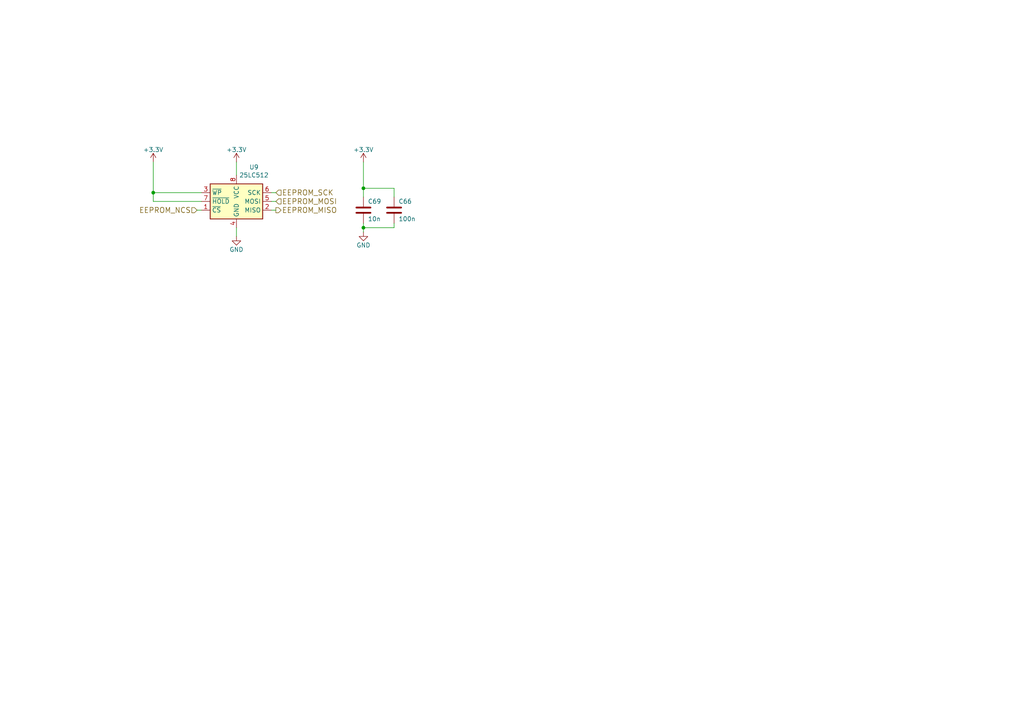
<source format=kicad_sch>
(kicad_sch (version 20211123) (generator eeschema)

  (uuid 858b182d-fdce-45a6-8c3a-626e9f7a9971)

  (paper "A4")

  (lib_symbols
    (symbol "Device:C" (pin_numbers hide) (pin_names (offset 0.254)) (in_bom yes) (on_board yes)
      (property "Reference" "C" (id 0) (at 0.635 2.54 0)
        (effects (font (size 1.27 1.27)) (justify left))
      )
      (property "Value" "C" (id 1) (at 0.635 -2.54 0)
        (effects (font (size 1.27 1.27)) (justify left))
      )
      (property "Footprint" "" (id 2) (at 0.9652 -3.81 0)
        (effects (font (size 1.27 1.27)) hide)
      )
      (property "Datasheet" "~" (id 3) (at 0 0 0)
        (effects (font (size 1.27 1.27)) hide)
      )
      (property "ki_keywords" "cap capacitor" (id 4) (at 0 0 0)
        (effects (font (size 1.27 1.27)) hide)
      )
      (property "ki_description" "Unpolarized capacitor" (id 5) (at 0 0 0)
        (effects (font (size 1.27 1.27)) hide)
      )
      (property "ki_fp_filters" "C_*" (id 6) (at 0 0 0)
        (effects (font (size 1.27 1.27)) hide)
      )
      (symbol "C_0_1"
        (polyline
          (pts
            (xy -2.032 -0.762)
            (xy 2.032 -0.762)
          )
          (stroke (width 0.508) (type default) (color 0 0 0 0))
          (fill (type none))
        )
        (polyline
          (pts
            (xy -2.032 0.762)
            (xy 2.032 0.762)
          )
          (stroke (width 0.508) (type default) (color 0 0 0 0))
          (fill (type none))
        )
      )
      (symbol "C_1_1"
        (pin passive line (at 0 3.81 270) (length 2.794)
          (name "~" (effects (font (size 1.27 1.27))))
          (number "1" (effects (font (size 1.27 1.27))))
        )
        (pin passive line (at 0 -3.81 90) (length 2.794)
          (name "~" (effects (font (size 1.27 1.27))))
          (number "2" (effects (font (size 1.27 1.27))))
        )
      )
    )
    (symbol "Memory_EEPROM:25LCxxx" (in_bom yes) (on_board yes)
      (property "Reference" "U" (id 0) (at -7.62 6.35 0)
        (effects (font (size 1.27 1.27)))
      )
      (property "Value" "25LCxxx" (id 1) (at 2.54 -6.35 0)
        (effects (font (size 1.27 1.27)) (justify left))
      )
      (property "Footprint" "" (id 2) (at 0 0 0)
        (effects (font (size 1.27 1.27)) hide)
      )
      (property "Datasheet" "http://ww1.microchip.com/downloads/en/DeviceDoc/21832H.pdf" (id 3) (at 0 0 0)
        (effects (font (size 1.27 1.27)) hide)
      )
      (property "ki_keywords" "EEPROM memory SPI serial" (id 4) (at 0 0 0)
        (effects (font (size 1.27 1.27)) hide)
      )
      (property "ki_description" "SPI Serial EEPROM, DIP-8/SOIC-8/TSSOP-8" (id 5) (at 0 0 0)
        (effects (font (size 1.27 1.27)) hide)
      )
      (property "ki_fp_filters" "DIP*W7.62mm* SOIC*3.9x4.9mm* TSSOP*4.4x3mm*P0.65mm*" (id 6) (at 0 0 0)
        (effects (font (size 1.27 1.27)) hide)
      )
      (symbol "25LCxxx_1_1"
        (rectangle (start -7.62 5.08) (end 7.62 -5.08)
          (stroke (width 0.254) (type default) (color 0 0 0 0))
          (fill (type background))
        )
        (pin input line (at -10.16 -2.54 0) (length 2.54)
          (name "~{CS}" (effects (font (size 1.27 1.27))))
          (number "1" (effects (font (size 1.27 1.27))))
        )
        (pin tri_state line (at 10.16 -2.54 180) (length 2.54)
          (name "MISO" (effects (font (size 1.27 1.27))))
          (number "2" (effects (font (size 1.27 1.27))))
        )
        (pin input line (at -10.16 2.54 0) (length 2.54)
          (name "~{WP}" (effects (font (size 1.27 1.27))))
          (number "3" (effects (font (size 1.27 1.27))))
        )
        (pin power_in line (at 0 -7.62 90) (length 2.54)
          (name "GND" (effects (font (size 1.27 1.27))))
          (number "4" (effects (font (size 1.27 1.27))))
        )
        (pin input line (at 10.16 0 180) (length 2.54)
          (name "MOSI" (effects (font (size 1.27 1.27))))
          (number "5" (effects (font (size 1.27 1.27))))
        )
        (pin input line (at 10.16 2.54 180) (length 2.54)
          (name "SCK" (effects (font (size 1.27 1.27))))
          (number "6" (effects (font (size 1.27 1.27))))
        )
        (pin input line (at -10.16 0 0) (length 2.54)
          (name "~{HOLD}" (effects (font (size 1.27 1.27))))
          (number "7" (effects (font (size 1.27 1.27))))
        )
        (pin power_in line (at 0 7.62 270) (length 2.54)
          (name "VCC" (effects (font (size 1.27 1.27))))
          (number "8" (effects (font (size 1.27 1.27))))
        )
      )
    )
    (symbol "power:+3.3V" (power) (pin_names (offset 0)) (in_bom yes) (on_board yes)
      (property "Reference" "#PWR" (id 0) (at 0 -3.81 0)
        (effects (font (size 1.27 1.27)) hide)
      )
      (property "Value" "+3.3V" (id 1) (at 0 3.556 0)
        (effects (font (size 1.27 1.27)))
      )
      (property "Footprint" "" (id 2) (at 0 0 0)
        (effects (font (size 1.27 1.27)) hide)
      )
      (property "Datasheet" "" (id 3) (at 0 0 0)
        (effects (font (size 1.27 1.27)) hide)
      )
      (property "ki_keywords" "global power" (id 4) (at 0 0 0)
        (effects (font (size 1.27 1.27)) hide)
      )
      (property "ki_description" "Power symbol creates a global label with name \"+3.3V\"" (id 5) (at 0 0 0)
        (effects (font (size 1.27 1.27)) hide)
      )
      (symbol "+3.3V_0_1"
        (polyline
          (pts
            (xy -0.762 1.27)
            (xy 0 2.54)
          )
          (stroke (width 0) (type default) (color 0 0 0 0))
          (fill (type none))
        )
        (polyline
          (pts
            (xy 0 0)
            (xy 0 2.54)
          )
          (stroke (width 0) (type default) (color 0 0 0 0))
          (fill (type none))
        )
        (polyline
          (pts
            (xy 0 2.54)
            (xy 0.762 1.27)
          )
          (stroke (width 0) (type default) (color 0 0 0 0))
          (fill (type none))
        )
      )
      (symbol "+3.3V_1_1"
        (pin power_in line (at 0 0 90) (length 0) hide
          (name "+3.3V" (effects (font (size 1.27 1.27))))
          (number "1" (effects (font (size 1.27 1.27))))
        )
      )
    )
    (symbol "power:GND" (power) (pin_names (offset 0)) (in_bom yes) (on_board yes)
      (property "Reference" "#PWR" (id 0) (at 0 -6.35 0)
        (effects (font (size 1.27 1.27)) hide)
      )
      (property "Value" "GND" (id 1) (at 0 -3.81 0)
        (effects (font (size 1.27 1.27)))
      )
      (property "Footprint" "" (id 2) (at 0 0 0)
        (effects (font (size 1.27 1.27)) hide)
      )
      (property "Datasheet" "" (id 3) (at 0 0 0)
        (effects (font (size 1.27 1.27)) hide)
      )
      (property "ki_keywords" "global power" (id 4) (at 0 0 0)
        (effects (font (size 1.27 1.27)) hide)
      )
      (property "ki_description" "Power symbol creates a global label with name \"GND\" , ground" (id 5) (at 0 0 0)
        (effects (font (size 1.27 1.27)) hide)
      )
      (symbol "GND_0_1"
        (polyline
          (pts
            (xy 0 0)
            (xy 0 -1.27)
            (xy 1.27 -1.27)
            (xy 0 -2.54)
            (xy -1.27 -1.27)
            (xy 0 -1.27)
          )
          (stroke (width 0) (type default) (color 0 0 0 0))
          (fill (type none))
        )
      )
      (symbol "GND_1_1"
        (pin power_in line (at 0 0 270) (length 0) hide
          (name "GND" (effects (font (size 1.27 1.27))))
          (number "1" (effects (font (size 1.27 1.27))))
        )
      )
    )
  )

  (junction (at 44.45 55.88) (diameter 0) (color 0 0 0 0)
    (uuid 0667208e-872f-444a-9ed0-78a1b5f392d2)
  )
  (junction (at 105.41 54.61) (diameter 0) (color 0 0 0 0)
    (uuid 1bb16fed-1537-47fa-90f6-8dc136da5d16)
  )
  (junction (at 105.41 66.04) (diameter 0) (color 0 0 0 0)
    (uuid 7b8f4734-c91c-4c35-bc25-8ba9e0a60f64)
  )

  (wire (pts (xy 105.41 46.99) (xy 105.41 54.61))
    (stroke (width 0) (type default) (color 0 0 0 0))
    (uuid 0c75753f-ac98-42bf-95d0-ee8de408989d)
  )
  (wire (pts (xy 80.01 55.88) (xy 78.74 55.88))
    (stroke (width 0) (type default) (color 0 0 0 0))
    (uuid 0d1c133a-5b0b-4fe0-b915-2f72b13b37e9)
  )
  (wire (pts (xy 68.58 66.04) (xy 68.58 68.58))
    (stroke (width 0) (type default) (color 0 0 0 0))
    (uuid 24d3ee68-60f0-4c8a-a72b-065f1026fd87)
  )
  (wire (pts (xy 80.01 58.42) (xy 78.74 58.42))
    (stroke (width 0) (type default) (color 0 0 0 0))
    (uuid 31e2d26e-842a-4694-a3ae-7642d792727c)
  )
  (wire (pts (xy 114.3 66.04) (xy 114.3 64.77))
    (stroke (width 0) (type default) (color 0 0 0 0))
    (uuid 376da264-b219-4ddc-be78-a640bbee3aef)
  )
  (wire (pts (xy 78.74 60.96) (xy 80.01 60.96))
    (stroke (width 0) (type default) (color 0 0 0 0))
    (uuid 3f1d3b22-3ba1-4783-af8d-526bce7c36db)
  )
  (wire (pts (xy 105.41 57.15) (xy 105.41 54.61))
    (stroke (width 0) (type default) (color 0 0 0 0))
    (uuid 45245258-c97a-4586-bc43-2154c85c0ef6)
  )
  (wire (pts (xy 58.42 58.42) (xy 44.45 58.42))
    (stroke (width 0) (type default) (color 0 0 0 0))
    (uuid 524dc8d0-13b4-43fe-b274-8ac08bc4b894)
  )
  (wire (pts (xy 105.41 66.04) (xy 105.41 67.31))
    (stroke (width 0) (type default) (color 0 0 0 0))
    (uuid 63892cea-0371-47b0-925d-c40106168946)
  )
  (wire (pts (xy 114.3 54.61) (xy 114.3 57.15))
    (stroke (width 0) (type default) (color 0 0 0 0))
    (uuid 72733f59-fc61-4ff2-8fe5-0440be71758a)
  )
  (wire (pts (xy 44.45 58.42) (xy 44.45 55.88))
    (stroke (width 0) (type default) (color 0 0 0 0))
    (uuid 7aad0cca-fb50-4041-9a10-5380cb0860ac)
  )
  (wire (pts (xy 68.58 50.8) (xy 68.58 46.99))
    (stroke (width 0) (type default) (color 0 0 0 0))
    (uuid 7fd11519-eb9e-4413-8ca2-e43e38c699f6)
  )
  (wire (pts (xy 44.45 55.88) (xy 58.42 55.88))
    (stroke (width 0) (type default) (color 0 0 0 0))
    (uuid 969d876f-dc87-40bf-9e96-03cbb9ea5e82)
  )
  (wire (pts (xy 44.45 46.99) (xy 44.45 55.88))
    (stroke (width 0) (type default) (color 0 0 0 0))
    (uuid 9cab0c4e-2726-433f-a46f-c25156ae2489)
  )
  (wire (pts (xy 105.41 66.04) (xy 114.3 66.04))
    (stroke (width 0) (type default) (color 0 0 0 0))
    (uuid d37a42c4-6950-4517-b4dd-96056acf0925)
  )
  (wire (pts (xy 105.41 64.77) (xy 105.41 66.04))
    (stroke (width 0) (type default) (color 0 0 0 0))
    (uuid d81bc63a-94f2-481d-a808-c50170eb6b79)
  )
  (wire (pts (xy 105.41 54.61) (xy 114.3 54.61))
    (stroke (width 0) (type default) (color 0 0 0 0))
    (uuid dd01ca49-c8a2-4580-af9a-2e9bce9769bc)
  )
  (wire (pts (xy 58.42 60.96) (xy 57.15 60.96))
    (stroke (width 0) (type default) (color 0 0 0 0))
    (uuid eec347af-8fb3-4b2d-8e93-6e7176516f57)
  )

  (hierarchical_label "EEPROM_SCK" (shape input) (at 80.01 55.88 0)
    (effects (font (size 1.524 1.524)) (justify left))
    (uuid 2571f4c8-d7fc-4e8c-94df-f480e56bb717)
  )
  (hierarchical_label "EEPROM_NCS" (shape input) (at 57.15 60.96 180)
    (effects (font (size 1.524 1.524)) (justify right))
    (uuid 449cc181-df4b-4d3b-93ef-0653c2171fe8)
  )
  (hierarchical_label "EEPROM_MOSI" (shape input) (at 80.01 58.42 0)
    (effects (font (size 1.524 1.524)) (justify left))
    (uuid 95aed042-4cef-4360-9184-83bbe2dcfbaa)
  )
  (hierarchical_label "EEPROM_MISO" (shape output) (at 80.01 60.96 0)
    (effects (font (size 1.524 1.524)) (justify left))
    (uuid 99162744-5eac-427e-9957-877587056aee)
  )

  (symbol (lib_id "Memory_EEPROM:25LCxxx") (at 68.58 58.42 0) (unit 1)
    (in_bom yes) (on_board yes)
    (uuid 00000000-0000-0000-0000-000060a473e7)
    (property "Reference" "U9" (id 0) (at 73.66 48.4886 0))
    (property "Value" "25LC512" (id 1) (at 73.66 50.8 0))
    (property "Footprint" "Package_SO:SOIC-8_5.275x5.275mm_P1.27mm" (id 2) (at 68.58 58.42 0)
      (effects (font (size 1.27 1.27)) hide)
    )
    (property "Datasheet" "http://ww1.microchip.com/downloads/en/DeviceDoc/21832H.pdf" (id 3) (at 68.58 58.42 0)
      (effects (font (size 1.27 1.27)) hide)
    )
    (property "Mfr.Nr." "M" (id 4) (at 68.58 58.42 0)
      (effects (font (size 1.27 1.27)) hide)
    )
    (pin "1" (uuid ab899a0d-6abd-47e6-b563-39712bd307e2))
    (pin "2" (uuid c99d7200-5fc1-4d71-8e6f-b0bca8d9a4b6))
    (pin "3" (uuid c2f8250b-41af-42b8-966f-a79dd6d08f8f))
    (pin "4" (uuid 31d29975-47a0-48cb-8a70-b31737ed8268))
    (pin "5" (uuid aea2bc0f-a257-48a3-a1eb-e59c4593902c))
    (pin "6" (uuid 6823697b-5f1c-44b8-95f5-6b84b2532959))
    (pin "7" (uuid 0036e638-2a06-43f7-9e22-b217f2f0d7c5))
    (pin "8" (uuid 5fd33e43-e9ea-4967-8b6f-449ba6b1b73b))
  )

  (symbol (lib_id "Device:C") (at 105.41 60.96 0) (unit 1)
    (in_bom yes) (on_board yes)
    (uuid 00000000-0000-0000-0000-000060a729ef)
    (property "Reference" "C69" (id 0) (at 106.68 58.42 0)
      (effects (font (size 1.27 1.27)) (justify left))
    )
    (property "Value" "10n" (id 1) (at 106.68 63.5 0)
      (effects (font (size 1.27 1.27)) (justify left))
    )
    (property "Footprint" "Capacitor_SMD:C_0402_1005Metric" (id 2) (at 97.79 57.404 90)
      (effects (font (size 1.27 1.27)) hide)
    )
    (property "Datasheet" "~" (id 3) (at 97.79 57.404 90)
      (effects (font (size 1.27 1.27)) hide)
    )
    (property "Mfr.Nr." "" (id 4) (at 105.41 60.96 0)
      (effects (font (size 1.524 1.524)) hide)
    )
    (property "MPN" "C15195" (id 5) (at 105.41 60.96 0)
      (effects (font (size 1.27 1.27)) hide)
    )
    (pin "1" (uuid 8eab6819-c160-49f3-b7fd-03c07b7259db))
    (pin "2" (uuid 40268d36-9302-4fd7-9960-343fb2c384d9))
  )

  (symbol (lib_id "Device:C") (at 114.3 60.96 0) (unit 1)
    (in_bom yes) (on_board yes)
    (uuid 00000000-0000-0000-0000-000060a729f6)
    (property "Reference" "C66" (id 0) (at 115.57 58.42 0)
      (effects (font (size 1.27 1.27)) (justify left))
    )
    (property "Value" "100n" (id 1) (at 115.57 63.5 0)
      (effects (font (size 1.27 1.27)) (justify left))
    )
    (property "Footprint" "Capacitor_SMD:C_0402_1005Metric" (id 2) (at 106.68 57.404 90)
      (effects (font (size 1.27 1.27)) hide)
    )
    (property "Datasheet" "~" (id 3) (at 106.68 57.404 90)
      (effects (font (size 1.27 1.27)) hide)
    )
    (property "Mfr.Nr." "" (id 4) (at 114.3 60.96 0)
      (effects (font (size 1.524 1.524)) hide)
    )
    (property "MPN" "C307331" (id 5) (at 114.3 60.96 0)
      (effects (font (size 1.27 1.27)) hide)
    )
    (pin "1" (uuid 6e399c1b-b516-46b2-9c0a-e7440667d8e8))
    (pin "2" (uuid 0b5a1125-8c27-4f4b-be75-954b55f47f28))
  )

  (symbol (lib_id "power:GND") (at 105.41 67.31 0) (unit 1)
    (in_bom yes) (on_board yes)
    (uuid 00000000-0000-0000-0000-000060a72a00)
    (property "Reference" "#PWR0136" (id 0) (at 105.41 73.66 0)
      (effects (font (size 1.27 1.27)) hide)
    )
    (property "Value" "GND" (id 1) (at 105.41 71.12 0))
    (property "Footprint" "" (id 2) (at 105.41 67.31 0)
      (effects (font (size 1.27 1.27)) hide)
    )
    (property "Datasheet" "" (id 3) (at 105.41 67.31 0)
      (effects (font (size 1.27 1.27)) hide)
    )
    (pin "1" (uuid 1a9aedd7-6a4f-4fdb-ac24-863f9c2a45b6))
  )

  (symbol (lib_id "power:GND") (at 68.58 68.58 0) (unit 1)
    (in_bom yes) (on_board yes)
    (uuid 00000000-0000-0000-0000-0000619e8e4a)
    (property "Reference" "#PWR0140" (id 0) (at 68.58 74.93 0)
      (effects (font (size 1.27 1.27)) hide)
    )
    (property "Value" "GND" (id 1) (at 68.58 72.39 0))
    (property "Footprint" "" (id 2) (at 68.58 68.58 0)
      (effects (font (size 1.27 1.27)) hide)
    )
    (property "Datasheet" "" (id 3) (at 68.58 68.58 0)
      (effects (font (size 1.27 1.27)) hide)
    )
    (pin "1" (uuid d63f495c-79fa-4676-b117-dd675ad73be2))
  )

  (symbol (lib_id "power:+3.3V") (at 44.45 46.99 0) (unit 1)
    (in_bom yes) (on_board yes)
    (uuid 23be894c-36f8-4605-be25-1f1db43ecc85)
    (property "Reference" "#PWR0142" (id 0) (at 44.45 50.8 0)
      (effects (font (size 1.27 1.27)) hide)
    )
    (property "Value" "+3.3V" (id 1) (at 44.45 43.434 0))
    (property "Footprint" "" (id 2) (at 44.45 46.99 0)
      (effects (font (size 1.27 1.27)) hide)
    )
    (property "Datasheet" "" (id 3) (at 44.45 46.99 0)
      (effects (font (size 1.27 1.27)) hide)
    )
    (pin "1" (uuid 09cc08e3-8e75-4671-961c-5ef2b74b77e7))
  )

  (symbol (lib_id "power:+3.3V") (at 68.58 46.99 0) (unit 1)
    (in_bom yes) (on_board yes)
    (uuid 3785af07-720d-4b5d-a57c-5099ba2e4918)
    (property "Reference" "#PWR0145" (id 0) (at 68.58 50.8 0)
      (effects (font (size 1.27 1.27)) hide)
    )
    (property "Value" "+3.3V" (id 1) (at 68.58 43.434 0))
    (property "Footprint" "" (id 2) (at 68.58 46.99 0)
      (effects (font (size 1.27 1.27)) hide)
    )
    (property "Datasheet" "" (id 3) (at 68.58 46.99 0)
      (effects (font (size 1.27 1.27)) hide)
    )
    (pin "1" (uuid ec9dedc6-7226-4255-ad40-2ee508da3384))
  )

  (symbol (lib_id "power:+3.3V") (at 105.41 46.99 0) (unit 1)
    (in_bom yes) (on_board yes)
    (uuid ca92f715-dac0-40a6-8a8b-22a004805340)
    (property "Reference" "#PWR0144" (id 0) (at 105.41 50.8 0)
      (effects (font (size 1.27 1.27)) hide)
    )
    (property "Value" "+3.3V" (id 1) (at 105.41 43.434 0))
    (property "Footprint" "" (id 2) (at 105.41 46.99 0)
      (effects (font (size 1.27 1.27)) hide)
    )
    (property "Datasheet" "" (id 3) (at 105.41 46.99 0)
      (effects (font (size 1.27 1.27)) hide)
    )
    (pin "1" (uuid 9cd93d2c-73c0-47a3-9f07-3c01f17d621b))
  )
)

</source>
